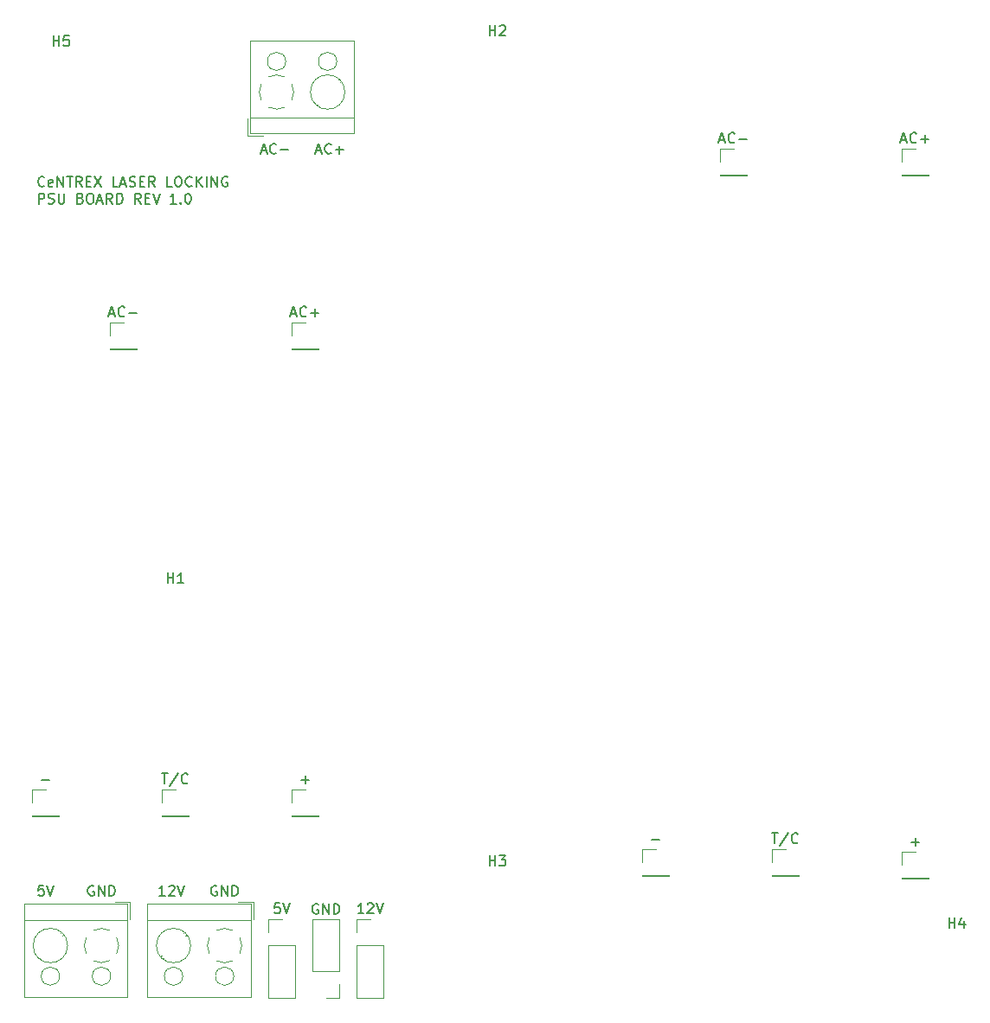
<source format=gbr>
G04 #@! TF.GenerationSoftware,KiCad,Pcbnew,(5.1.4)-1*
G04 #@! TF.CreationDate,2019-10-21T16:45:54-04:00*
G04 #@! TF.ProjectId,psu_board,7073755f-626f-4617-9264-2e6b69636164,rev?*
G04 #@! TF.SameCoordinates,Original*
G04 #@! TF.FileFunction,Legend,Top*
G04 #@! TF.FilePolarity,Positive*
%FSLAX46Y46*%
G04 Gerber Fmt 4.6, Leading zero omitted, Abs format (unit mm)*
G04 Created by KiCad (PCBNEW (5.1.4)-1) date 2019-10-21 16:45:54*
%MOMM*%
%LPD*%
G04 APERTURE LIST*
%ADD10C,0.150000*%
%ADD11C,0.120000*%
G04 APERTURE END LIST*
D10*
X157371023Y-77764142D02*
X157323404Y-77811761D01*
X157180547Y-77859380D01*
X157085309Y-77859380D01*
X156942452Y-77811761D01*
X156847214Y-77716523D01*
X156799595Y-77621285D01*
X156751976Y-77430809D01*
X156751976Y-77287952D01*
X156799595Y-77097476D01*
X156847214Y-77002238D01*
X156942452Y-76907000D01*
X157085309Y-76859380D01*
X157180547Y-76859380D01*
X157323404Y-76907000D01*
X157371023Y-76954619D01*
X158180547Y-77811761D02*
X158085309Y-77859380D01*
X157894833Y-77859380D01*
X157799595Y-77811761D01*
X157751976Y-77716523D01*
X157751976Y-77335571D01*
X157799595Y-77240333D01*
X157894833Y-77192714D01*
X158085309Y-77192714D01*
X158180547Y-77240333D01*
X158228166Y-77335571D01*
X158228166Y-77430809D01*
X157751976Y-77526047D01*
X158656738Y-77859380D02*
X158656738Y-76859380D01*
X159228166Y-77859380D01*
X159228166Y-76859380D01*
X159561500Y-76859380D02*
X160132928Y-76859380D01*
X159847214Y-77859380D02*
X159847214Y-76859380D01*
X161037690Y-77859380D02*
X160704357Y-77383190D01*
X160466261Y-77859380D02*
X160466261Y-76859380D01*
X160847214Y-76859380D01*
X160942452Y-76907000D01*
X160990071Y-76954619D01*
X161037690Y-77049857D01*
X161037690Y-77192714D01*
X160990071Y-77287952D01*
X160942452Y-77335571D01*
X160847214Y-77383190D01*
X160466261Y-77383190D01*
X161466261Y-77335571D02*
X161799595Y-77335571D01*
X161942452Y-77859380D02*
X161466261Y-77859380D01*
X161466261Y-76859380D01*
X161942452Y-76859380D01*
X162275785Y-76859380D02*
X162942452Y-77859380D01*
X162942452Y-76859380D02*
X162275785Y-77859380D01*
X164561500Y-77859380D02*
X164085309Y-77859380D01*
X164085309Y-76859380D01*
X164847214Y-77573666D02*
X165323404Y-77573666D01*
X164751976Y-77859380D02*
X165085309Y-76859380D01*
X165418642Y-77859380D01*
X165704357Y-77811761D02*
X165847214Y-77859380D01*
X166085309Y-77859380D01*
X166180547Y-77811761D01*
X166228166Y-77764142D01*
X166275785Y-77668904D01*
X166275785Y-77573666D01*
X166228166Y-77478428D01*
X166180547Y-77430809D01*
X166085309Y-77383190D01*
X165894833Y-77335571D01*
X165799595Y-77287952D01*
X165751976Y-77240333D01*
X165704357Y-77145095D01*
X165704357Y-77049857D01*
X165751976Y-76954619D01*
X165799595Y-76907000D01*
X165894833Y-76859380D01*
X166132928Y-76859380D01*
X166275785Y-76907000D01*
X166704357Y-77335571D02*
X167037690Y-77335571D01*
X167180547Y-77859380D02*
X166704357Y-77859380D01*
X166704357Y-76859380D01*
X167180547Y-76859380D01*
X168180547Y-77859380D02*
X167847214Y-77383190D01*
X167609119Y-77859380D02*
X167609119Y-76859380D01*
X167990071Y-76859380D01*
X168085309Y-76907000D01*
X168132928Y-76954619D01*
X168180547Y-77049857D01*
X168180547Y-77192714D01*
X168132928Y-77287952D01*
X168085309Y-77335571D01*
X167990071Y-77383190D01*
X167609119Y-77383190D01*
X169847214Y-77859380D02*
X169371023Y-77859380D01*
X169371023Y-76859380D01*
X170371023Y-76859380D02*
X170561500Y-76859380D01*
X170656738Y-76907000D01*
X170751976Y-77002238D01*
X170799595Y-77192714D01*
X170799595Y-77526047D01*
X170751976Y-77716523D01*
X170656738Y-77811761D01*
X170561500Y-77859380D01*
X170371023Y-77859380D01*
X170275785Y-77811761D01*
X170180547Y-77716523D01*
X170132928Y-77526047D01*
X170132928Y-77192714D01*
X170180547Y-77002238D01*
X170275785Y-76907000D01*
X170371023Y-76859380D01*
X171799595Y-77764142D02*
X171751976Y-77811761D01*
X171609119Y-77859380D01*
X171513880Y-77859380D01*
X171371023Y-77811761D01*
X171275785Y-77716523D01*
X171228166Y-77621285D01*
X171180547Y-77430809D01*
X171180547Y-77287952D01*
X171228166Y-77097476D01*
X171275785Y-77002238D01*
X171371023Y-76907000D01*
X171513880Y-76859380D01*
X171609119Y-76859380D01*
X171751976Y-76907000D01*
X171799595Y-76954619D01*
X172228166Y-77859380D02*
X172228166Y-76859380D01*
X172799595Y-77859380D02*
X172371023Y-77287952D01*
X172799595Y-76859380D02*
X172228166Y-77430809D01*
X173228166Y-77859380D02*
X173228166Y-76859380D01*
X173704357Y-77859380D02*
X173704357Y-76859380D01*
X174275785Y-77859380D01*
X174275785Y-76859380D01*
X175275785Y-76907000D02*
X175180547Y-76859380D01*
X175037690Y-76859380D01*
X174894833Y-76907000D01*
X174799595Y-77002238D01*
X174751976Y-77097476D01*
X174704357Y-77287952D01*
X174704357Y-77430809D01*
X174751976Y-77621285D01*
X174799595Y-77716523D01*
X174894833Y-77811761D01*
X175037690Y-77859380D01*
X175132928Y-77859380D01*
X175275785Y-77811761D01*
X175323404Y-77764142D01*
X175323404Y-77430809D01*
X175132928Y-77430809D01*
X156799595Y-79509380D02*
X156799595Y-78509380D01*
X157180547Y-78509380D01*
X157275785Y-78557000D01*
X157323404Y-78604619D01*
X157371023Y-78699857D01*
X157371023Y-78842714D01*
X157323404Y-78937952D01*
X157275785Y-78985571D01*
X157180547Y-79033190D01*
X156799595Y-79033190D01*
X157751976Y-79461761D02*
X157894833Y-79509380D01*
X158132928Y-79509380D01*
X158228166Y-79461761D01*
X158275785Y-79414142D01*
X158323404Y-79318904D01*
X158323404Y-79223666D01*
X158275785Y-79128428D01*
X158228166Y-79080809D01*
X158132928Y-79033190D01*
X157942452Y-78985571D01*
X157847214Y-78937952D01*
X157799595Y-78890333D01*
X157751976Y-78795095D01*
X157751976Y-78699857D01*
X157799595Y-78604619D01*
X157847214Y-78557000D01*
X157942452Y-78509380D01*
X158180547Y-78509380D01*
X158323404Y-78557000D01*
X158751976Y-78509380D02*
X158751976Y-79318904D01*
X158799595Y-79414142D01*
X158847214Y-79461761D01*
X158942452Y-79509380D01*
X159132928Y-79509380D01*
X159228166Y-79461761D01*
X159275785Y-79414142D01*
X159323404Y-79318904D01*
X159323404Y-78509380D01*
X160894833Y-78985571D02*
X161037690Y-79033190D01*
X161085309Y-79080809D01*
X161132928Y-79176047D01*
X161132928Y-79318904D01*
X161085309Y-79414142D01*
X161037690Y-79461761D01*
X160942452Y-79509380D01*
X160561500Y-79509380D01*
X160561500Y-78509380D01*
X160894833Y-78509380D01*
X160990071Y-78557000D01*
X161037690Y-78604619D01*
X161085309Y-78699857D01*
X161085309Y-78795095D01*
X161037690Y-78890333D01*
X160990071Y-78937952D01*
X160894833Y-78985571D01*
X160561500Y-78985571D01*
X161751976Y-78509380D02*
X161942452Y-78509380D01*
X162037690Y-78557000D01*
X162132928Y-78652238D01*
X162180547Y-78842714D01*
X162180547Y-79176047D01*
X162132928Y-79366523D01*
X162037690Y-79461761D01*
X161942452Y-79509380D01*
X161751976Y-79509380D01*
X161656738Y-79461761D01*
X161561500Y-79366523D01*
X161513880Y-79176047D01*
X161513880Y-78842714D01*
X161561500Y-78652238D01*
X161656738Y-78557000D01*
X161751976Y-78509380D01*
X162561500Y-79223666D02*
X163037690Y-79223666D01*
X162466261Y-79509380D02*
X162799595Y-78509380D01*
X163132928Y-79509380D01*
X164037690Y-79509380D02*
X163704357Y-79033190D01*
X163466261Y-79509380D02*
X163466261Y-78509380D01*
X163847214Y-78509380D01*
X163942452Y-78557000D01*
X163990071Y-78604619D01*
X164037690Y-78699857D01*
X164037690Y-78842714D01*
X163990071Y-78937952D01*
X163942452Y-78985571D01*
X163847214Y-79033190D01*
X163466261Y-79033190D01*
X164466261Y-79509380D02*
X164466261Y-78509380D01*
X164704357Y-78509380D01*
X164847214Y-78557000D01*
X164942452Y-78652238D01*
X164990071Y-78747476D01*
X165037690Y-78937952D01*
X165037690Y-79080809D01*
X164990071Y-79271285D01*
X164942452Y-79366523D01*
X164847214Y-79461761D01*
X164704357Y-79509380D01*
X164466261Y-79509380D01*
X166799595Y-79509380D02*
X166466261Y-79033190D01*
X166228166Y-79509380D02*
X166228166Y-78509380D01*
X166609119Y-78509380D01*
X166704357Y-78557000D01*
X166751976Y-78604619D01*
X166799595Y-78699857D01*
X166799595Y-78842714D01*
X166751976Y-78937952D01*
X166704357Y-78985571D01*
X166609119Y-79033190D01*
X166228166Y-79033190D01*
X167228166Y-78985571D02*
X167561500Y-78985571D01*
X167704357Y-79509380D02*
X167228166Y-79509380D01*
X167228166Y-78509380D01*
X167704357Y-78509380D01*
X167990071Y-78509380D02*
X168323404Y-79509380D01*
X168656738Y-78509380D01*
X170275785Y-79509380D02*
X169704357Y-79509380D01*
X169990071Y-79509380D02*
X169990071Y-78509380D01*
X169894833Y-78652238D01*
X169799595Y-78747476D01*
X169704357Y-78795095D01*
X170704357Y-79414142D02*
X170751976Y-79461761D01*
X170704357Y-79509380D01*
X170656738Y-79461761D01*
X170704357Y-79414142D01*
X170704357Y-79509380D01*
X171371023Y-78509380D02*
X171466261Y-78509380D01*
X171561500Y-78557000D01*
X171609119Y-78604619D01*
X171656738Y-78699857D01*
X171704357Y-78890333D01*
X171704357Y-79128428D01*
X171656738Y-79318904D01*
X171609119Y-79414142D01*
X171561500Y-79461761D01*
X171466261Y-79509380D01*
X171371023Y-79509380D01*
X171275785Y-79461761D01*
X171228166Y-79414142D01*
X171180547Y-79318904D01*
X171132928Y-79128428D01*
X171132928Y-78890333D01*
X171180547Y-78699857D01*
X171228166Y-78604619D01*
X171275785Y-78557000D01*
X171371023Y-78509380D01*
D11*
X165756000Y-147846000D02*
X164256000Y-147846000D01*
X165756000Y-149586000D02*
X165756000Y-147846000D01*
X159136000Y-151170000D02*
X159230000Y-151077000D01*
X156886000Y-153421000D02*
X156945000Y-153362000D01*
X158966000Y-150930000D02*
X159025000Y-150872000D01*
X156681000Y-153215000D02*
X156775000Y-153122000D01*
X155396000Y-157206000D02*
X155396000Y-148086000D01*
X165516000Y-157206000D02*
X165516000Y-148086000D01*
X165516000Y-148086000D02*
X155396000Y-148086000D01*
X165516000Y-157206000D02*
X155396000Y-157206000D01*
X165516000Y-149646000D02*
X155396000Y-149646000D01*
X158856000Y-155146000D02*
G75*
G03X158856000Y-155146000I-900000J0D01*
G01*
X159636000Y-152146000D02*
G75*
G03X159636000Y-152146000I-1680000J0D01*
G01*
X163856000Y-155146000D02*
G75*
G03X163856000Y-155146000I-900000J0D01*
G01*
X162926617Y-150465550D02*
G75*
G02X163745000Y-150662000I29383J-1680450D01*
G01*
X164439953Y-151356912D02*
G75*
G02X164440000Y-152935000I-1483953J-789088D01*
G01*
X163745088Y-153629953D02*
G75*
G02X162167000Y-153630000I-789088J1483953D01*
G01*
X161472047Y-152935088D02*
G75*
G02X161472000Y-151357000I1483953J789088D01*
G01*
X162167288Y-150662648D02*
G75*
G02X162956000Y-150466000I788712J-1483352D01*
G01*
X177806000Y-147846000D02*
X176306000Y-147846000D01*
X177806000Y-149586000D02*
X177806000Y-147846000D01*
X171186000Y-151170000D02*
X171280000Y-151077000D01*
X168936000Y-153421000D02*
X168995000Y-153362000D01*
X171016000Y-150930000D02*
X171075000Y-150872000D01*
X168731000Y-153215000D02*
X168825000Y-153122000D01*
X167446000Y-157206000D02*
X167446000Y-148086000D01*
X177566000Y-157206000D02*
X177566000Y-148086000D01*
X177566000Y-148086000D02*
X167446000Y-148086000D01*
X177566000Y-157206000D02*
X167446000Y-157206000D01*
X177566000Y-149646000D02*
X167446000Y-149646000D01*
X170906000Y-155146000D02*
G75*
G03X170906000Y-155146000I-900000J0D01*
G01*
X171686000Y-152146000D02*
G75*
G03X171686000Y-152146000I-1680000J0D01*
G01*
X175906000Y-155146000D02*
G75*
G03X175906000Y-155146000I-900000J0D01*
G01*
X174976617Y-150465550D02*
G75*
G02X175795000Y-150662000I29383J-1680450D01*
G01*
X176489953Y-151356912D02*
G75*
G02X176490000Y-152935000I-1483953J-789088D01*
G01*
X175795088Y-153629953D02*
G75*
G02X174217000Y-153630000I-789088J1483953D01*
G01*
X173522047Y-152935088D02*
G75*
G02X173522000Y-151357000I1483953J789088D01*
G01*
X174217288Y-150662648D02*
G75*
G02X175006000Y-150466000I788712J-1483352D01*
G01*
X179264000Y-149546000D02*
X180594000Y-149546000D01*
X179264000Y-150876000D02*
X179264000Y-149546000D01*
X179264000Y-152146000D02*
X181924000Y-152146000D01*
X181924000Y-152146000D02*
X181924000Y-157286000D01*
X179264000Y-152146000D02*
X179264000Y-157286000D01*
X179264000Y-157286000D02*
X181924000Y-157286000D01*
X187900000Y-149546000D02*
X189230000Y-149546000D01*
X187900000Y-150876000D02*
X187900000Y-149546000D01*
X187900000Y-152146000D02*
X190560000Y-152146000D01*
X190560000Y-152146000D02*
X190560000Y-157286000D01*
X187900000Y-152146000D02*
X187900000Y-157286000D01*
X187900000Y-157286000D02*
X190560000Y-157286000D01*
X228540000Y-142688000D02*
X229870000Y-142688000D01*
X228540000Y-144018000D02*
X228540000Y-142688000D01*
X228540000Y-145288000D02*
X231200000Y-145288000D01*
X231200000Y-145288000D02*
X231200000Y-145348000D01*
X228540000Y-145288000D02*
X228540000Y-145348000D01*
X228540000Y-145348000D02*
X231200000Y-145348000D01*
X168850000Y-136846000D02*
X170180000Y-136846000D01*
X168850000Y-138176000D02*
X168850000Y-136846000D01*
X168850000Y-139446000D02*
X171510000Y-139446000D01*
X171510000Y-139446000D02*
X171510000Y-139506000D01*
X168850000Y-139446000D02*
X168850000Y-139506000D01*
X168850000Y-139506000D02*
X171510000Y-139506000D01*
X177286000Y-72880000D02*
X178786000Y-72880000D01*
X177286000Y-71140000D02*
X177286000Y-72880000D01*
X183906000Y-69556000D02*
X183812000Y-69649000D01*
X186156000Y-67305000D02*
X186097000Y-67364000D01*
X184076000Y-69796000D02*
X184017000Y-69854000D01*
X186361000Y-67511000D02*
X186267000Y-67604000D01*
X187646000Y-63520000D02*
X187646000Y-72640000D01*
X177526000Y-63520000D02*
X177526000Y-72640000D01*
X177526000Y-72640000D02*
X187646000Y-72640000D01*
X177526000Y-63520000D02*
X187646000Y-63520000D01*
X177526000Y-71080000D02*
X187646000Y-71080000D01*
X185986000Y-65580000D02*
G75*
G03X185986000Y-65580000I-900000J0D01*
G01*
X186766000Y-68580000D02*
G75*
G03X186766000Y-68580000I-1680000J0D01*
G01*
X180986000Y-65580000D02*
G75*
G03X180986000Y-65580000I-900000J0D01*
G01*
X180115383Y-70260450D02*
G75*
G02X179297000Y-70064000I-29383J1680450D01*
G01*
X178602047Y-69369088D02*
G75*
G02X178602000Y-67791000I1483953J789088D01*
G01*
X179296912Y-67096047D02*
G75*
G02X180875000Y-67096000I789088J-1483953D01*
G01*
X181569953Y-67790912D02*
G75*
G02X181570000Y-69369000I-1483953J-789088D01*
G01*
X180874712Y-70063352D02*
G75*
G02X180086000Y-70260000I-788712J1483352D01*
G01*
X241240000Y-74108000D02*
X242570000Y-74108000D01*
X241240000Y-75438000D02*
X241240000Y-74108000D01*
X241240000Y-76708000D02*
X243900000Y-76708000D01*
X243900000Y-76708000D02*
X243900000Y-76768000D01*
X241240000Y-76708000D02*
X241240000Y-76768000D01*
X241240000Y-76768000D02*
X243900000Y-76768000D01*
X223460000Y-74108000D02*
X224790000Y-74108000D01*
X223460000Y-75438000D02*
X223460000Y-74108000D01*
X223460000Y-76708000D02*
X226120000Y-76708000D01*
X226120000Y-76708000D02*
X226120000Y-76768000D01*
X223460000Y-76708000D02*
X223460000Y-76768000D01*
X223460000Y-76768000D02*
X226120000Y-76768000D01*
X181550000Y-91126000D02*
X182880000Y-91126000D01*
X181550000Y-92456000D02*
X181550000Y-91126000D01*
X181550000Y-93726000D02*
X184210000Y-93726000D01*
X184210000Y-93726000D02*
X184210000Y-93786000D01*
X181550000Y-93726000D02*
X181550000Y-93786000D01*
X181550000Y-93786000D02*
X184210000Y-93786000D01*
X163770000Y-91126000D02*
X165100000Y-91126000D01*
X163770000Y-92456000D02*
X163770000Y-91126000D01*
X163770000Y-93726000D02*
X166430000Y-93726000D01*
X166430000Y-93726000D02*
X166430000Y-93786000D01*
X163770000Y-93726000D02*
X163770000Y-93786000D01*
X163770000Y-93786000D02*
X166430000Y-93786000D01*
X215840000Y-142688000D02*
X217170000Y-142688000D01*
X215840000Y-144018000D02*
X215840000Y-142688000D01*
X215840000Y-145288000D02*
X218500000Y-145288000D01*
X218500000Y-145288000D02*
X218500000Y-145348000D01*
X215840000Y-145288000D02*
X215840000Y-145348000D01*
X215840000Y-145348000D02*
X218500000Y-145348000D01*
X241240000Y-142942000D02*
X242570000Y-142942000D01*
X241240000Y-144272000D02*
X241240000Y-142942000D01*
X241240000Y-145542000D02*
X243900000Y-145542000D01*
X243900000Y-145542000D02*
X243900000Y-145602000D01*
X241240000Y-145542000D02*
X241240000Y-145602000D01*
X241240000Y-145602000D02*
X243900000Y-145602000D01*
X156150000Y-136846000D02*
X157480000Y-136846000D01*
X156150000Y-138176000D02*
X156150000Y-136846000D01*
X156150000Y-139446000D02*
X158810000Y-139446000D01*
X158810000Y-139446000D02*
X158810000Y-139506000D01*
X156150000Y-139446000D02*
X156150000Y-139506000D01*
X156150000Y-139506000D02*
X158810000Y-139506000D01*
X181550000Y-136846000D02*
X182880000Y-136846000D01*
X181550000Y-138176000D02*
X181550000Y-136846000D01*
X181550000Y-139446000D02*
X184210000Y-139446000D01*
X184210000Y-139446000D02*
X184210000Y-139506000D01*
X181550000Y-139446000D02*
X181550000Y-139506000D01*
X181550000Y-139506000D02*
X184210000Y-139506000D01*
X186242000Y-157286000D02*
X184912000Y-157286000D01*
X186242000Y-155956000D02*
X186242000Y-157286000D01*
X186242000Y-154686000D02*
X183582000Y-154686000D01*
X183582000Y-154686000D02*
X183582000Y-149546000D01*
X186242000Y-154686000D02*
X186242000Y-149546000D01*
X186242000Y-149546000D02*
X183582000Y-149546000D01*
D10*
X158242095Y-64070380D02*
X158242095Y-63070380D01*
X158242095Y-63546571D02*
X158813523Y-63546571D01*
X158813523Y-64070380D02*
X158813523Y-63070380D01*
X159765904Y-63070380D02*
X159289714Y-63070380D01*
X159242095Y-63546571D01*
X159289714Y-63498952D01*
X159384952Y-63451333D01*
X159623047Y-63451333D01*
X159718285Y-63498952D01*
X159765904Y-63546571D01*
X159813523Y-63641809D01*
X159813523Y-63879904D01*
X159765904Y-63975142D01*
X159718285Y-64022761D01*
X159623047Y-64070380D01*
X159384952Y-64070380D01*
X159289714Y-64022761D01*
X159242095Y-63975142D01*
X245872095Y-150430380D02*
X245872095Y-149430380D01*
X245872095Y-149906571D02*
X246443523Y-149906571D01*
X246443523Y-150430380D02*
X246443523Y-149430380D01*
X247348285Y-149763714D02*
X247348285Y-150430380D01*
X247110190Y-149382761D02*
X246872095Y-150097047D01*
X247491142Y-150097047D01*
X157289904Y-146264380D02*
X156813714Y-146264380D01*
X156766095Y-146740571D01*
X156813714Y-146692952D01*
X156908952Y-146645333D01*
X157147047Y-146645333D01*
X157242285Y-146692952D01*
X157289904Y-146740571D01*
X157337523Y-146835809D01*
X157337523Y-147073904D01*
X157289904Y-147169142D01*
X157242285Y-147216761D01*
X157147047Y-147264380D01*
X156908952Y-147264380D01*
X156813714Y-147216761D01*
X156766095Y-147169142D01*
X157623238Y-146264380D02*
X157956571Y-147264380D01*
X158289904Y-146264380D01*
X162194666Y-146312000D02*
X162099428Y-146264380D01*
X161956571Y-146264380D01*
X161813714Y-146312000D01*
X161718476Y-146407238D01*
X161670857Y-146502476D01*
X161623238Y-146692952D01*
X161623238Y-146835809D01*
X161670857Y-147026285D01*
X161718476Y-147121523D01*
X161813714Y-147216761D01*
X161956571Y-147264380D01*
X162051809Y-147264380D01*
X162194666Y-147216761D01*
X162242285Y-147169142D01*
X162242285Y-146835809D01*
X162051809Y-146835809D01*
X162670857Y-147264380D02*
X162670857Y-146264380D01*
X163242285Y-147264380D01*
X163242285Y-146264380D01*
X163718476Y-147264380D02*
X163718476Y-146264380D01*
X163956571Y-146264380D01*
X164099428Y-146312000D01*
X164194666Y-146407238D01*
X164242285Y-146502476D01*
X164289904Y-146692952D01*
X164289904Y-146835809D01*
X164242285Y-147026285D01*
X164194666Y-147121523D01*
X164099428Y-147216761D01*
X163956571Y-147264380D01*
X163718476Y-147264380D01*
X169180285Y-147264380D02*
X168608857Y-147264380D01*
X168894571Y-147264380D02*
X168894571Y-146264380D01*
X168799333Y-146407238D01*
X168704095Y-146502476D01*
X168608857Y-146550095D01*
X169561238Y-146359619D02*
X169608857Y-146312000D01*
X169704095Y-146264380D01*
X169942190Y-146264380D01*
X170037428Y-146312000D01*
X170085047Y-146359619D01*
X170132666Y-146454857D01*
X170132666Y-146550095D01*
X170085047Y-146692952D01*
X169513619Y-147264380D01*
X170132666Y-147264380D01*
X170418380Y-146264380D02*
X170751714Y-147264380D01*
X171085047Y-146264380D01*
X174227904Y-146312000D02*
X174132666Y-146264380D01*
X173989809Y-146264380D01*
X173846952Y-146312000D01*
X173751714Y-146407238D01*
X173704095Y-146502476D01*
X173656476Y-146692952D01*
X173656476Y-146835809D01*
X173704095Y-147026285D01*
X173751714Y-147121523D01*
X173846952Y-147216761D01*
X173989809Y-147264380D01*
X174085047Y-147264380D01*
X174227904Y-147216761D01*
X174275523Y-147169142D01*
X174275523Y-146835809D01*
X174085047Y-146835809D01*
X174704095Y-147264380D02*
X174704095Y-146264380D01*
X175275523Y-147264380D01*
X175275523Y-146264380D01*
X175751714Y-147264380D02*
X175751714Y-146264380D01*
X175989809Y-146264380D01*
X176132666Y-146312000D01*
X176227904Y-146407238D01*
X176275523Y-146502476D01*
X176323142Y-146692952D01*
X176323142Y-146835809D01*
X176275523Y-147026285D01*
X176227904Y-147121523D01*
X176132666Y-147216761D01*
X175989809Y-147264380D01*
X175751714Y-147264380D01*
X180403523Y-147998380D02*
X179927333Y-147998380D01*
X179879714Y-148474571D01*
X179927333Y-148426952D01*
X180022571Y-148379333D01*
X180260666Y-148379333D01*
X180355904Y-148426952D01*
X180403523Y-148474571D01*
X180451142Y-148569809D01*
X180451142Y-148807904D01*
X180403523Y-148903142D01*
X180355904Y-148950761D01*
X180260666Y-148998380D01*
X180022571Y-148998380D01*
X179927333Y-148950761D01*
X179879714Y-148903142D01*
X180736857Y-147998380D02*
X181070190Y-148998380D01*
X181403523Y-147998380D01*
X188610952Y-148998380D02*
X188039523Y-148998380D01*
X188325238Y-148998380D02*
X188325238Y-147998380D01*
X188230000Y-148141238D01*
X188134761Y-148236476D01*
X188039523Y-148284095D01*
X188991904Y-148093619D02*
X189039523Y-148046000D01*
X189134761Y-147998380D01*
X189372857Y-147998380D01*
X189468095Y-148046000D01*
X189515714Y-148093619D01*
X189563333Y-148188857D01*
X189563333Y-148284095D01*
X189515714Y-148426952D01*
X188944285Y-148998380D01*
X189563333Y-148998380D01*
X189849047Y-147998380D02*
X190182380Y-148998380D01*
X190515714Y-147998380D01*
X200914095Y-144334380D02*
X200914095Y-143334380D01*
X200914095Y-143810571D02*
X201485523Y-143810571D01*
X201485523Y-144334380D02*
X201485523Y-143334380D01*
X201866476Y-143334380D02*
X202485523Y-143334380D01*
X202152190Y-143715333D01*
X202295047Y-143715333D01*
X202390285Y-143762952D01*
X202437904Y-143810571D01*
X202485523Y-143905809D01*
X202485523Y-144143904D01*
X202437904Y-144239142D01*
X202390285Y-144286761D01*
X202295047Y-144334380D01*
X202009333Y-144334380D01*
X201914095Y-144286761D01*
X201866476Y-144239142D01*
X200914095Y-63054380D02*
X200914095Y-62054380D01*
X200914095Y-62530571D02*
X201485523Y-62530571D01*
X201485523Y-63054380D02*
X201485523Y-62054380D01*
X201914095Y-62149619D02*
X201961714Y-62102000D01*
X202056952Y-62054380D01*
X202295047Y-62054380D01*
X202390285Y-62102000D01*
X202437904Y-62149619D01*
X202485523Y-62244857D01*
X202485523Y-62340095D01*
X202437904Y-62482952D01*
X201866476Y-63054380D01*
X202485523Y-63054380D01*
X169418095Y-116648380D02*
X169418095Y-115648380D01*
X169418095Y-116124571D02*
X169989523Y-116124571D01*
X169989523Y-116648380D02*
X169989523Y-115648380D01*
X170989523Y-116648380D02*
X170418095Y-116648380D01*
X170703809Y-116648380D02*
X170703809Y-115648380D01*
X170608571Y-115791238D01*
X170513333Y-115886476D01*
X170418095Y-115934095D01*
X228560476Y-141140380D02*
X229131904Y-141140380D01*
X228846190Y-142140380D02*
X228846190Y-141140380D01*
X230179523Y-141092761D02*
X229322380Y-142378476D01*
X231084285Y-142045142D02*
X231036666Y-142092761D01*
X230893809Y-142140380D01*
X230798571Y-142140380D01*
X230655714Y-142092761D01*
X230560476Y-141997523D01*
X230512857Y-141902285D01*
X230465238Y-141711809D01*
X230465238Y-141568952D01*
X230512857Y-141378476D01*
X230560476Y-141283238D01*
X230655714Y-141188000D01*
X230798571Y-141140380D01*
X230893809Y-141140380D01*
X231036666Y-141188000D01*
X231084285Y-141235619D01*
X168870476Y-135298380D02*
X169441904Y-135298380D01*
X169156190Y-136298380D02*
X169156190Y-135298380D01*
X170489523Y-135250761D02*
X169632380Y-136536476D01*
X171394285Y-136203142D02*
X171346666Y-136250761D01*
X171203809Y-136298380D01*
X171108571Y-136298380D01*
X170965714Y-136250761D01*
X170870476Y-136155523D01*
X170822857Y-136060285D01*
X170775238Y-135869809D01*
X170775238Y-135726952D01*
X170822857Y-135536476D01*
X170870476Y-135441238D01*
X170965714Y-135346000D01*
X171108571Y-135298380D01*
X171203809Y-135298380D01*
X171346666Y-135346000D01*
X171394285Y-135393619D01*
X178578380Y-74334666D02*
X179054571Y-74334666D01*
X178483142Y-74620380D02*
X178816476Y-73620380D01*
X179149809Y-74620380D01*
X180054571Y-74525142D02*
X180006952Y-74572761D01*
X179864095Y-74620380D01*
X179768857Y-74620380D01*
X179626000Y-74572761D01*
X179530761Y-74477523D01*
X179483142Y-74382285D01*
X179435523Y-74191809D01*
X179435523Y-74048952D01*
X179483142Y-73858476D01*
X179530761Y-73763238D01*
X179626000Y-73668000D01*
X179768857Y-73620380D01*
X179864095Y-73620380D01*
X180006952Y-73668000D01*
X180054571Y-73715619D01*
X180483142Y-74239428D02*
X181245047Y-74239428D01*
X183959333Y-74334666D02*
X184435523Y-74334666D01*
X183864095Y-74620380D02*
X184197428Y-73620380D01*
X184530761Y-74620380D01*
X185435523Y-74525142D02*
X185387904Y-74572761D01*
X185245047Y-74620380D01*
X185149809Y-74620380D01*
X185006952Y-74572761D01*
X184911714Y-74477523D01*
X184864095Y-74382285D01*
X184816476Y-74191809D01*
X184816476Y-74048952D01*
X184864095Y-73858476D01*
X184911714Y-73763238D01*
X185006952Y-73668000D01*
X185149809Y-73620380D01*
X185245047Y-73620380D01*
X185387904Y-73668000D01*
X185435523Y-73715619D01*
X185864095Y-74239428D02*
X186626000Y-74239428D01*
X186245047Y-74620380D02*
X186245047Y-73858476D01*
X241212857Y-73274666D02*
X241689047Y-73274666D01*
X241117619Y-73560380D02*
X241450952Y-72560380D01*
X241784285Y-73560380D01*
X242689047Y-73465142D02*
X242641428Y-73512761D01*
X242498571Y-73560380D01*
X242403333Y-73560380D01*
X242260476Y-73512761D01*
X242165238Y-73417523D01*
X242117619Y-73322285D01*
X242070000Y-73131809D01*
X242070000Y-72988952D01*
X242117619Y-72798476D01*
X242165238Y-72703238D01*
X242260476Y-72608000D01*
X242403333Y-72560380D01*
X242498571Y-72560380D01*
X242641428Y-72608000D01*
X242689047Y-72655619D01*
X243117619Y-73179428D02*
X243879523Y-73179428D01*
X243498571Y-73560380D02*
X243498571Y-72798476D01*
X223432857Y-73274666D02*
X223909047Y-73274666D01*
X223337619Y-73560380D02*
X223670952Y-72560380D01*
X224004285Y-73560380D01*
X224909047Y-73465142D02*
X224861428Y-73512761D01*
X224718571Y-73560380D01*
X224623333Y-73560380D01*
X224480476Y-73512761D01*
X224385238Y-73417523D01*
X224337619Y-73322285D01*
X224290000Y-73131809D01*
X224290000Y-72988952D01*
X224337619Y-72798476D01*
X224385238Y-72703238D01*
X224480476Y-72608000D01*
X224623333Y-72560380D01*
X224718571Y-72560380D01*
X224861428Y-72608000D01*
X224909047Y-72655619D01*
X225337619Y-73179428D02*
X226099523Y-73179428D01*
X181522857Y-90292666D02*
X181999047Y-90292666D01*
X181427619Y-90578380D02*
X181760952Y-89578380D01*
X182094285Y-90578380D01*
X182999047Y-90483142D02*
X182951428Y-90530761D01*
X182808571Y-90578380D01*
X182713333Y-90578380D01*
X182570476Y-90530761D01*
X182475238Y-90435523D01*
X182427619Y-90340285D01*
X182380000Y-90149809D01*
X182380000Y-90006952D01*
X182427619Y-89816476D01*
X182475238Y-89721238D01*
X182570476Y-89626000D01*
X182713333Y-89578380D01*
X182808571Y-89578380D01*
X182951428Y-89626000D01*
X182999047Y-89673619D01*
X183427619Y-90197428D02*
X184189523Y-90197428D01*
X183808571Y-90578380D02*
X183808571Y-89816476D01*
X163742857Y-90292666D02*
X164219047Y-90292666D01*
X163647619Y-90578380D02*
X163980952Y-89578380D01*
X164314285Y-90578380D01*
X165219047Y-90483142D02*
X165171428Y-90530761D01*
X165028571Y-90578380D01*
X164933333Y-90578380D01*
X164790476Y-90530761D01*
X164695238Y-90435523D01*
X164647619Y-90340285D01*
X164600000Y-90149809D01*
X164600000Y-90006952D01*
X164647619Y-89816476D01*
X164695238Y-89721238D01*
X164790476Y-89626000D01*
X164933333Y-89578380D01*
X165028571Y-89578380D01*
X165171428Y-89626000D01*
X165219047Y-89673619D01*
X165647619Y-90197428D02*
X166409523Y-90197428D01*
X216789047Y-141759428D02*
X217550952Y-141759428D01*
X242189047Y-142013428D02*
X242950952Y-142013428D01*
X242570000Y-142394380D02*
X242570000Y-141632476D01*
X157099047Y-135917428D02*
X157860952Y-135917428D01*
X182499047Y-135917428D02*
X183260952Y-135917428D01*
X182880000Y-136298380D02*
X182880000Y-135536476D01*
X184150095Y-148090000D02*
X184054857Y-148042380D01*
X183912000Y-148042380D01*
X183769142Y-148090000D01*
X183673904Y-148185238D01*
X183626285Y-148280476D01*
X183578666Y-148470952D01*
X183578666Y-148613809D01*
X183626285Y-148804285D01*
X183673904Y-148899523D01*
X183769142Y-148994761D01*
X183912000Y-149042380D01*
X184007238Y-149042380D01*
X184150095Y-148994761D01*
X184197714Y-148947142D01*
X184197714Y-148613809D01*
X184007238Y-148613809D01*
X184626285Y-149042380D02*
X184626285Y-148042380D01*
X185197714Y-149042380D01*
X185197714Y-148042380D01*
X185673904Y-149042380D02*
X185673904Y-148042380D01*
X185912000Y-148042380D01*
X186054857Y-148090000D01*
X186150095Y-148185238D01*
X186197714Y-148280476D01*
X186245333Y-148470952D01*
X186245333Y-148613809D01*
X186197714Y-148804285D01*
X186150095Y-148899523D01*
X186054857Y-148994761D01*
X185912000Y-149042380D01*
X185673904Y-149042380D01*
M02*

</source>
